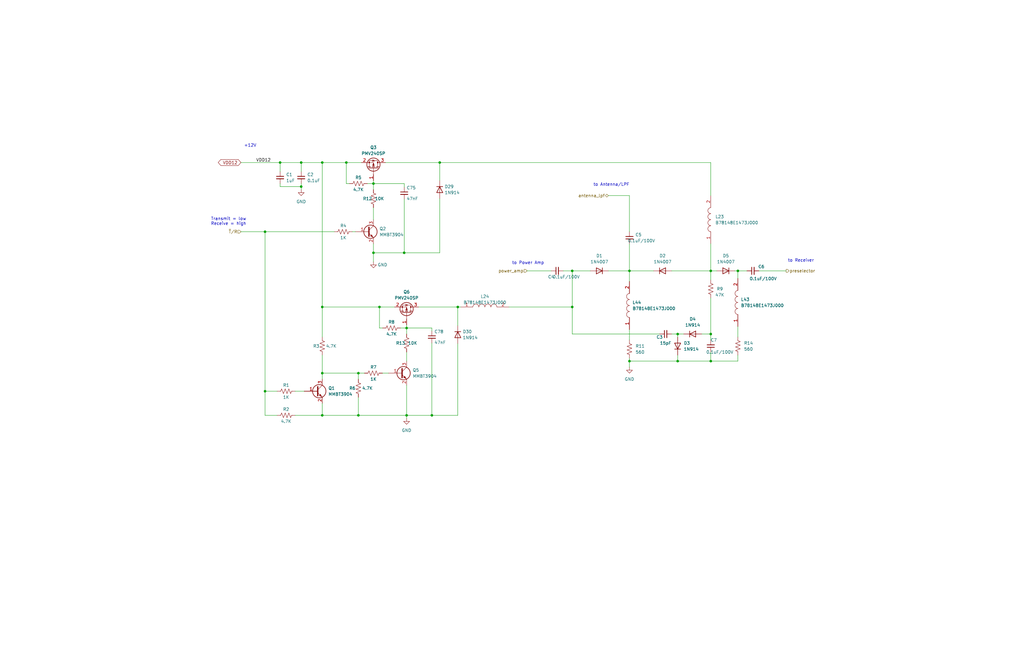
<source format=kicad_sch>
(kicad_sch (version 20230121) (generator eeschema)
  (paper "B")
  (lib_symbols
    (symbol "D_1" (pin_numbers hide) (pin_names (offset 1.016) hide)
      (property "Reference" "D" (at 0 2.54 0))
      (property "Value" "D" (at 0 -2.54 0))
      (symbol "D_1_0_1"
        (polyline (pts (xy -1.27 1.27) (xy -1.27 -1.27)) (stroke (width 0.254)))
        (polyline (pts (xy 1.27 0) (xy -1.27 0)))
        (polyline (pts (xy 1.27 1.27) (xy 1.27 -1.27) (xy -1.27 0) (xy 1.27 1.27)) (stroke (width 0.254)))
      )
      (symbol "D_1_1_1"
        (pin passive line (at -3.81 0 0) (length 2.54) (name "K") (number "1"))
        (pin passive line (at 3.81 0 180) (length 2.54) (name "A") (number "2"))
      )
    )
    (symbol "Device:C_Small" (pin_numbers hide) (pin_names (offset 0.254) hide)
      (property "Reference" "C" (at 0.254 1.778 0))
      (property "Value" "C_Small" (at 0.254 -2.032 0))
      (symbol "C_Small_0_1"
        (polyline (pts (xy -1.524 -0.508) (xy 1.524 -0.508)) (stroke (width 0.3302)))
        (polyline (pts (xy -1.524 0.508) (xy 1.524 0.508)) (stroke (width 0.3048)))
      )
      (symbol "C_Small_1_1"
        (pin passive line (at 0 2.54 270) (length 2.032) (name "~") (number "1"))
        (pin passive line (at 0 -2.54 90) (length 2.032) (name "~") (number "2"))
      )
    )
    (symbol "Device:D" (pin_numbers hide) (pin_names (offset 1.016) hide)
      (property "Reference" "D" (at 0 2.54 0))
      (property "Value" "D" (at 0 -2.54 0))
      (symbol "D_0_1"
        (polyline (pts (xy -1.27 1.27) (xy -1.27 -1.27)) (stroke (width 0.254)))
        (polyline (pts (xy 1.27 0) (xy -1.27 0)))
        (polyline (pts (xy 1.27 1.27) (xy 1.27 -1.27) (xy -1.27 0) (xy 1.27 1.27)) (stroke (width 0.254)))
      )
      (symbol "D_1_1"
        (pin passive line (at -3.81 0 0) (length 2.54) (name "K") (number "1"))
        (pin passive line (at 3.81 0 180) (length 2.54) (name "A") (number "2"))
      )
    )
    (symbol "Device:Q_NPN_BEC" (pin_names (offset 0) hide)
      (property "Reference" "Q" (at 5.08 1.27 0))
      (property "Value" "Q_NPN_BEC" (at 5.08 -1.27 0))
      (symbol "Q_NPN_BEC_0_1"
        (polyline (pts (xy 0.635 0.635) (xy 2.54 2.54)))
        (polyline (pts (xy 0.635 -0.635) (xy 2.54 -2.54) (xy 2.54 -2.54)))
        (polyline (pts (xy 0.635 1.905) (xy 0.635 -1.905) (xy 0.635 -1.905)) (stroke (width 0.508)))
        (polyline (pts (xy 1.27 -1.778) (xy 1.778 -1.27) (xy 2.286 -2.286) (xy 1.27 -1.778) (xy 1.27 -1.778)) (fill (type outline)))
        (circle (center 1.27 0) (radius 2.8194) (stroke (width 0.254)))
      )
      (symbol "Q_NPN_BEC_1_1"
        (pin input line (at -5.08 0 0) (length 5.715) (name "B") (number "1"))
        (pin passive line (at 2.54 -5.08 90) (length 2.54) (name "E") (number "2"))
        (pin passive line (at 2.54 5.08 270) (length 2.54) (name "C") (number "3"))
      )
    )
    (symbol "Device:Q_PMOS_GSD" (pin_names (offset 0) hide)
      (property "Reference" "Q" (at 5.08 1.27 0))
      (property "Value" "Q_PMOS_GSD" (at 5.08 -1.27 0))
      (symbol "Q_PMOS_GSD_0_1"
        (polyline (pts (xy 0.254 0) (xy -2.54 0)))
        (polyline (pts (xy 0.254 1.905) (xy 0.254 -1.905)) (stroke (width 0.254)))
        (polyline (pts (xy 0.762 -1.27) (xy 0.762 -2.286)) (stroke (width 0.254)))
        (polyline (pts (xy 0.762 0.508) (xy 0.762 -0.508)) (stroke (width 0.254)))
        (polyline (pts (xy 0.762 2.286) (xy 0.762 1.27)) (stroke (width 0.254)))
        (polyline (pts (xy 2.54 2.54) (xy 2.54 1.778)))
        (polyline (pts (xy 2.54 -2.54) (xy 2.54 0) (xy 0.762 0)))
        (polyline (pts (xy 0.762 1.778) (xy 3.302 1.778) (xy 3.302 -1.778) (xy 0.762 -1.778)))
        (polyline (pts (xy 2.286 0) (xy 1.27 0.381) (xy 1.27 -0.381) (xy 2.286 0)) (fill (type outline)))
        (polyline (pts (xy 2.794 -0.508) (xy 2.921 -0.381) (xy 3.683 -0.381) (xy 3.81 -0.254)))
        (polyline (pts (xy 3.302 -0.381) (xy 2.921 0.254) (xy 3.683 0.254) (xy 3.302 -0.381)))
        (circle (center 1.651 0) (radius 2.794) (stroke (width 0.254)))
        (circle (center 2.54 -1.778) (radius 0.254) (fill (type outline)))
        (circle (center 2.54 1.778) (radius 0.254) (fill (type outline)))
      )
      (symbol "Q_PMOS_GSD_1_1"
        (pin input line (at -5.08 0 0) (length 2.54) (name "G") (number "1"))
        (pin passive line (at 2.54 -5.08 90) (length 2.54) (name "S") (number "2"))
        (pin passive line (at 2.54 5.08 270) (length 2.54) (name "D") (number "3"))
      )
    )
    (symbol "Device:R_US" (pin_numbers hide) (pin_names (offset 0))
      (property "Reference" "R" (at 2.54 0 90))
      (property "Value" "R_US" (at -2.54 0 90))
      (symbol "R_US_0_1"
        (polyline (pts (xy 0 -2.286) (xy 0 -2.54)))
        (polyline (pts (xy 0 2.286) (xy 0 2.54)))
        (polyline (pts (xy 0 -0.762) (xy 1.016 -1.143) (xy 0 -1.524) (xy -1.016 -1.905) (xy 0 -2.286)))
        (polyline (pts (xy 0 0.762) (xy 1.016 0.381) (xy 0 0) (xy -1.016 -0.381) (xy 0 -0.762)))
        (polyline (pts (xy 0 2.286) (xy 1.016 1.905) (xy 0 1.524) (xy -1.016 1.143) (xy 0 0.762)))
      )
      (symbol "R_US_1_1"
        (pin passive line (at 0 3.81 270) (length 1.27) (name "~") (number "1"))
        (pin passive line (at 0 -3.81 90) (length 1.27) (name "~") (number "2"))
      )
    )
    (symbol "SamacSys_Parts:B78148E1473J000" (pin_names (offset 0.762))
      (property "Reference" "L" (at 16.51 6.35 0))
      (property "Value" "B78148E1473J000" (at 16.51 3.81 0))
      (symbol "B78148E1473J000_0_0"
        (pin passive line (at 0 0 0) (length 5.08) (name "~") (number "1"))
        (pin passive line (at 20.32 0 180) (length 5.08) (name "~") (number "2"))
      )
      (symbol "B78148E1473J000_0_1"
        (arc (start 7.62 0) (mid 6.35 1.2202) (end 5.08 0) (stroke (width 0.1524)))
        (arc (start 10.16 0) (mid 8.89 1.2202) (end 7.62 0) (stroke (width 0.1524)))
        (arc (start 12.7 0) (mid 11.43 1.2202) (end 10.16 0) (stroke (width 0.1524)))
        (arc (start 15.24 0) (mid 13.97 1.2202) (end 12.7 0) (stroke (width 0.1524)))
      )
    )
    (symbol "power:GND" (power) (pin_names (offset 0))
      (property "Value" "GND" (at 0 -3.81 0))
      (symbol "GND_0_1"
        (polyline (pts (xy 0 0) (xy 0 -1.27) (xy 1.27 -1.27) (xy 0 -2.54) (xy -1.27 -1.27) (xy 0 -1.27)))
      )
      (symbol "GND_1_1"
        (pin power_in line (at 0 0 270) (length 0) hide (name "GND") (number "1"))
      )
    )
  )
  (junction (at 182.118 175.26))
  (junction (at 151.13 157.48))
  (junction (at 118.11 68.58))
  (junction (at 193.04 129.54))
  (junction (at 157.48 106.68))
  (junction (at 299.72 114.3))
  (junction (at 285.75 152.4))
  (junction (at 151.13 175.26))
  (junction (at 265.43 152.4))
  (junction (at 127 68.58))
  (junction (at 157.48 77.47))
  (junction (at 299.72 140.97))
  (junction (at 160.02 129.54))
  (junction (at 241.3 129.54))
  (junction (at 185.42 68.58))
  (junction (at 311.15 114.3))
  (junction (at 135.89 175.26))
  (junction (at 241.3 114.3))
  (junction (at 127 78.74))
  (junction (at 135.89 157.48))
  (junction (at 135.89 68.58))
  (junction (at 111.76 165.1))
  (junction (at 171.45 138.43))
  (junction (at 111.76 97.79))
  (junction (at 170.434 106.68))
  (junction (at 285.75 140.97))
  (junction (at 299.72 152.4))
  (junction (at 265.43 114.3))
  (junction (at 135.89 129.54))
  (junction (at 146.05 68.58))
  (junction (at 171.45 175.26))
  (wire (pts (xy 162.56 68.58) (xy 185.42 68.58)))
  (wire (pts (xy 299.72 148.59) (xy 299.72 152.4)))
  (wire (pts (xy 171.45 138.43) (xy 171.45 140.97)))
  (wire (pts (xy 160.02 129.54) (xy 160.02 138.43)))
  (wire (pts (xy 148.59 97.79) (xy 149.86 97.79)))
  (wire (pts (xy 111.76 97.79) (xy 140.97 97.79)))
  (wire (pts (xy 127 68.58) (xy 135.89 68.58)))
  (wire (pts (xy 278.13 140.97) (xy 241.3 140.97)))
  (wire (pts (xy 285.75 140.97) (xy 288.29 140.97)))
  (wire (pts (xy 283.21 140.97) (xy 285.75 140.97)))
  (wire (pts (xy 124.46 175.26) (xy 135.89 175.26)))
  (wire (pts (xy 237.49 114.3) (xy 241.3 114.3)))
  (wire (pts (xy 193.04 129.54) (xy 194.31 129.54)))
  (wire (pts (xy 299.72 114.3) (xy 302.26 114.3)))
  (wire (pts (xy 256.54 82.55) (xy 265.43 82.55)))
  (wire (pts (xy 222.25 114.3) (xy 232.41 114.3)))
  (wire (pts (xy 311.15 149.86) (xy 311.15 152.4)))
  (wire (pts (xy 152.4 68.58) (xy 146.05 68.58)))
  (wire (pts (xy 299.72 140.97) (xy 299.72 143.51)))
  (wire (pts (xy 154.94 77.47) (xy 157.48 77.47)))
  (wire (pts (xy 116.84 165.1) (xy 111.76 165.1)))
  (wire (pts (xy 176.53 129.54) (xy 193.04 129.54)))
  (wire (pts (xy 118.11 78.74) (xy 127 78.74)))
  (wire (pts (xy 127 77.47) (xy 127 78.74)))
  (wire (pts (xy 111.76 175.26) (xy 111.76 165.1)))
  (wire (pts (xy 285.75 152.4) (xy 265.43 152.4)))
  (wire (pts (xy 265.43 139.065) (xy 265.43 143.51)))
  (wire (pts (xy 265.43 151.13) (xy 265.43 152.4)))
  (wire (pts (xy 299.72 68.58) (xy 299.72 82.55)))
  (wire (pts (xy 185.42 68.58) (xy 299.72 68.58)))
  (wire (pts (xy 182.118 175.26) (xy 171.704 175.26)))
  (wire (pts (xy 241.3 140.97) (xy 241.3 129.54)))
  (wire (pts (xy 299.72 102.87) (xy 299.72 114.3)))
  (wire (pts (xy 160.02 138.43) (xy 161.29 138.43)))
  (wire (pts (xy 157.48 76.2) (xy 157.48 77.47)))
  (wire (pts (xy 135.89 170.18) (xy 135.89 175.26)))
  (wire (pts (xy 299.72 125.73) (xy 299.72 140.97)))
  (wire (pts (xy 127 68.58) (xy 127 72.39)))
  (wire (pts (xy 161.29 157.48) (xy 163.83 157.48)))
  (wire (pts (xy 309.88 114.3) (xy 311.15 114.3)))
  (wire (pts (xy 118.11 68.58) (xy 118.11 72.39)))
  (wire (pts (xy 135.89 129.54) (xy 160.02 129.54)))
  (wire (pts (xy 182.118 144.78) (xy 182.118 175.26)))
  (wire (pts (xy 135.89 129.54) (xy 135.89 142.24)))
  (wire (pts (xy 168.91 138.43) (xy 171.45 138.43)))
  (wire (pts (xy 101.6 68.58) (xy 118.11 68.58)))
  (wire (pts (xy 265.43 152.4) (xy 265.43 154.94)))
  (wire (pts (xy 157.48 106.68) (xy 157.48 110.49)))
  (wire (pts (xy 214.63 129.54) (xy 241.3 129.54)))
  (wire (pts (xy 299.72 114.3) (xy 299.72 118.11)))
  (wire (pts (xy 171.45 137.16) (xy 171.45 138.43)))
  (wire (pts (xy 146.05 68.58) (xy 146.05 77.47)))
  (wire (pts (xy 170.434 84.074) (xy 170.434 106.68)))
  (wire (pts (xy 283.21 114.3) (xy 299.72 114.3)))
  (wire (pts (xy 166.37 129.54) (xy 160.02 129.54)))
  (wire (pts (xy 118.11 68.58) (xy 127 68.58)))
  (wire (pts (xy 127 78.74) (xy 127 80.01)))
  (wire (pts (xy 171.45 162.56) (xy 171.45 175.26)))
  (wire (pts (xy 193.04 129.54) (xy 193.04 137.414)))
  (wire (pts (xy 157.48 77.47) (xy 157.48 80.01)))
  (wire (pts (xy 135.89 129.54) (xy 135.89 68.58)))
  (wire (pts (xy 265.43 114.3) (xy 265.43 118.745)))
  (wire (pts (xy 311.15 137.795) (xy 311.15 142.24)))
  (wire (pts (xy 311.15 152.4) (xy 299.72 152.4)))
  (wire (pts (xy 135.89 157.48) (xy 151.13 157.48)))
  (wire (pts (xy 170.434 78.994) (xy 170.434 77.47)))
  (wire (pts (xy 299.72 152.4) (xy 285.75 152.4)))
  (wire (pts (xy 116.84 175.26) (xy 111.76 175.26)))
  (wire (pts (xy 157.48 102.87) (xy 157.48 106.68)))
  (wire (pts (xy 182.118 138.43) (xy 171.45 138.43)))
  (wire (pts (xy 185.42 83.82) (xy 185.42 106.68)))
  (wire (pts (xy 118.11 77.47) (xy 118.11 78.74)))
  (wire (pts (xy 135.89 175.26) (xy 151.13 175.26)))
  (wire (pts (xy 157.48 87.63) (xy 157.48 92.71)))
  (wire (pts (xy 241.3 114.3) (xy 241.3 129.54)))
  (wire (pts (xy 285.75 140.97) (xy 285.75 142.24)))
  (wire (pts (xy 170.434 106.68) (xy 185.42 106.68)))
  (wire (pts (xy 151.13 157.48) (xy 153.67 157.48)))
  (wire (pts (xy 124.46 165.1) (xy 128.27 165.1)))
  (wire (pts (xy 101.6 97.79) (xy 111.76 97.79)))
  (wire (pts (xy 135.89 68.58) (xy 146.05 68.58)))
  (wire (pts (xy 170.434 77.47) (xy 157.48 77.47)))
  (wire (pts (xy 265.43 82.55) (xy 265.43 97.79)))
  (wire (pts (xy 320.04 114.3) (xy 331.47 114.3)))
  (wire (pts (xy 171.45 175.26) (xy 171.45 176.53)))
  (wire (pts (xy 265.43 102.87) (xy 265.43 114.3)))
  (wire (pts (xy 151.13 160.02) (xy 151.13 157.48)))
  (wire (pts (xy 241.3 114.3) (xy 248.92 114.3)))
  (wire (pts (xy 157.48 106.68) (xy 170.434 106.68)))
  (wire (pts (xy 256.54 114.3) (xy 265.43 114.3)))
  (wire (pts (xy 135.89 149.86) (xy 135.89 157.48)))
  (wire (pts (xy 311.15 114.3) (xy 314.96 114.3)))
  (wire (pts (xy 295.91 140.97) (xy 299.72 140.97)))
  (wire (pts (xy 171.45 148.59) (xy 171.45 152.4)))
  (wire (pts (xy 285.75 149.86) (xy 285.75 152.4)))
  (wire (pts (xy 311.15 114.3) (xy 311.15 117.475)))
  (wire (pts (xy 182.118 139.7) (xy 182.118 138.43)))
  (wire (pts (xy 111.76 165.1) (xy 111.76 97.79)))
  (wire (pts (xy 193.04 145.034) (xy 193.04 175.26)))
  (wire (pts (xy 151.13 175.26) (xy 171.45 175.26)))
  (wire (pts (xy 265.43 114.3) (xy 275.59 114.3)))
  (wire (pts (xy 151.13 167.64) (xy 151.13 175.26)))
  (wire (pts (xy 146.05 77.47) (xy 147.32 77.47)))
  (wire (pts (xy 135.89 157.48) (xy 135.89 160.02)))
  (wire (pts (xy 185.42 68.58) (xy 185.42 76.2)))
  (wire (pts (xy 193.04 175.26) (xy 182.118 175.26)))
  (text "+12V" (at 102.87 62.23 0) (effects (font (size 1.27 1.27)) (justify left bottom)))
  (text "Transmit = low\nReceive = high" (at 88.9 95.25 0) (effects (font (size 1.27 1.27)) (justify left bottom)))
  (text "to Receiver" (at 332.232 110.744 0) (effects (font (size 1.27 1.27)) (justify left bottom)))
  (text "to Power Amp" (at 215.9 111.76 0) (effects (font (size 1.27 1.27)) (justify left bottom)))
  (text "to Antenna/LPF" (at 250.19 78.74 0) (effects (font (size 1.27 1.27)) (justify left bottom)))
  (label "VDD12" (at 107.95 68.58 0))
  (global_label "VDD12" (shape bidirectional) (at 101.6 68.58 180) (property "Intersheetrefs" "${INTERSHEET_REFS}" (at 91.4559 68.58 0) (effects (justify right))))
  (hierarchical_label "~{T}{slash}R" (shape input) (at 101.6 97.79 180))
  (hierarchical_label "preselector" (shape output) (at 331.47 114.3 0))
  (hierarchical_label "power_amp" (shape input) (at 222.25 114.3 180))
  (hierarchical_label "antenna_lpf" (shape bidirectional) (at 256.54 82.55 180))
  (symbol (lib_id "Device:R_US") (at 151.13 77.47 90) (unit 1)
    (property "Reference" "R5" (at 151.13 74.93 90))
    (property "Value" "4.7K" (at 151.13 80.01 90))
    (property "Footprint" "Resistor_SMD:R_0603_1608Metric_Pad0.98x0.95mm_HandSolder" (effects hide))
  )
  (symbol (lib_id "SamacSys_Parts:B78148E1473J000") (at 311.15 137.795 90) (unit 1)
    (property "Reference" "L43" (at 312.42 126.365 90) (effects (justify right)))
    (property "Value" "B78148E1473J000" (at 312.42 128.905 90) (effects (justify right)))
    (property "Footprint" "B78148E" (effects hide))
    (property "Datasheet" "https://product.tdk.com/system/files/dam/doc/product/inductor/inductor/lead/data_sheet/30/ds/b78108_148e.pdf" (effects hide))
    (property "Description" "Leaded Inductors (Leaded Coils), L=47uH  Rated Current=0.95A, Radial DxL:4mmx9.5mm" (effects hide))
    (property "Mouser Part Number" "871-B78148E1473J000" (effects hide))
    (property "Mouser Price/Stock" "https://www.mouser.co.uk/ProductDetail/EPCOS-TDK/B78148E1473J000?qs=eVuN9SfsQ7TbgaB2%2F8UGtw%3D%3D" (effects hide))
    (property "Manufacturer_Name" "TDK" (effects hide))
    (property "Manufacturer_Part_Number" "B78148E1473J000" (effects hide))
  )
  (symbol (lib_id "Device:Q_NPN_BEC") (at 168.91 157.48 0) (unit 1)
    (property "Reference" "Q5" (at 173.99 156.2099 0) (effects (justify left)))
    (property "Value" "MMBT3904" (at 173.99 158.7499 0) (effects (justify left)))
    (property "Footprint" "Package_TO_SOT_SMD:SOT-23" (effects hide))
    (instances (project "" (path "" (reference "Q5") (unit 1))) (project "fieldRadio_1.2" (path "" (reference "Q4") (unit 1))))
  )
  (symbol (lib_id "Device:D") (at 279.4 114.3 0) (unit 1)
    (property "Reference" "D2" (at 279.4 107.95 0))
    (property "Value" "1N4007" (at 279.4 110.49 0))
    (property "Footprint" "Diode_THT:D_DO-41_SOD81_P10.16mm_Horizontal" (effects hide))
    (property "Sim.Device" "D" (effects hide))
    (property "Sim.Pins" "1=K 2=A" (effects hide))
  )
  (symbol (lib_id "Device:R_US") (at 120.65 175.26 270) (unit 1)
    (property "Reference" "R2" (at 120.65 172.72 90))
    (property "Value" "4.7K" (at 120.65 177.8 90))
    (property "Footprint" "Resistor_SMD:R_0603_1608Metric_Pad0.98x0.95mm_HandSolder" (effects hide))
  )
  (symbol (lib_id "Device:R_US") (at 265.43 147.32 0) (unit 1)
    (property "Reference" "R11" (at 267.97 146.05 0) (effects (justify left)))
    (property "Value" "560" (at 267.97 148.59 0) (effects (justify left)))
    (property "Footprint" "Resistor_THT:R_Axial_DIN0207_L6.3mm_D2.5mm_P10.16mm_Horizontal" (effects hide))
    (instances (project "" (path "" (reference "R11") (unit 1))) (project "fieldRadio_1.2" (path "" (reference "R12") (unit 1))))
  )
  (symbol (lib_id "Device:C_Small") (at 234.95 114.3 90) (unit 1)
    (property "Reference" "C4" (at 232.41 116.84 90))
    (property "Value" "0.1uF/100V" (at 238.76 116.84 90))
    (property "Footprint" "Capacitor_THT:C_Disc_D5.0mm_W2.5mm_P5.00mm" (effects hide))
    (instances (project "" (path "" (reference "C4") (unit 1))) (project "fieldRadio_1.2" (path "" (reference "C5") (unit 1))))
  )
  (symbol (lib_id "Device:C_Small") (at 265.43 100.33 180) (unit 1)
    (property "Reference" "C5" (at 269.24 99.06 0))
    (property "Value" "0.1uF/100V" (at 270.51 101.6 0))
    (property "Footprint" "Capacitor_THT:C_Disc_D5.0mm_W2.5mm_P5.00mm" (effects hide))
    (instances (project "" (path "" (reference "C5") (unit 1))) (project "fieldRadio_1.2" (path "" (reference "C6") (unit 1))))
  )
  (symbol (lib_name "D_1") (lib_id "Device:D") (at 252.73 114.3 180) (unit 1)
    (property "Reference" "D1" (at 252.73 107.95 0))
    (property "Value" "1N4007" (at 252.73 110.49 0))
    (property "Footprint" "Diode_THT:D_DO-41_SOD81_P10.16mm_Horizontal" (effects hide))
    (property "Sim.Device" "D" (effects hide))
    (property "Sim.Pins" "1=K 2=A" (effects hide))
  )
  (symbol (lib_id "Device:R_US") (at 135.89 146.05 180) (unit 1)
    (property "Reference" "R3" (at 133.35 146.05 0))
    (property "Value" "4.7K" (at 139.7 146.05 0))
    (property "Footprint" "Resistor_SMD:R_0603_1608Metric_Pad0.98x0.95mm_HandSolder" (effects hide))
  )
  (symbol (lib_id "SamacSys_Parts:B78148E1473J000") (at 265.43 139.065 90) (unit 1)
    (property "Reference" "L44" (at 266.7 127.635 90) (effects (justify right)))
    (property "Value" "B78148E1473J000" (at 266.7 130.175 90) (effects (justify right)))
    (property "Footprint" "B78148E" (effects hide))
    (property "Datasheet" "https://product.tdk.com/system/files/dam/doc/product/inductor/inductor/lead/data_sheet/30/ds/b78108_148e.pdf" (effects hide))
    (property "Description" "Leaded Inductors (Leaded Coils), L=47uH  Rated Current=0.95A, Radial DxL:4mmx9.5mm" (effects hide))
    (property "Mouser Part Number" "871-B78148E1473J000" (effects hide))
    (property "Mouser Price/Stock" "https://www.mouser.co.uk/ProductDetail/EPCOS-TDK/B78148E1473J000?qs=eVuN9SfsQ7TbgaB2%2F8UGtw%3D%3D" (effects hide))
    (property "Manufacturer_Name" "TDK" (effects hide))
    (property "Manufacturer_Part_Number" "B78148E1473J000" (effects hide))
  )
  (symbol (lib_id "Device:Q_NPN_BEC") (at 133.35 165.1 0) (unit 1)
    (property "Reference" "Q1" (at 138.43 163.8299 0) (effects (justify left)))
    (property "Value" "MMBT3904" (at 138.43 166.3699 0) (effects (justify left)))
    (property "Footprint" "Package_TO_SOT_SMD:SOT-23" (effects hide))
  )
  (symbol (lib_id "power:GND") (at 127 80.01 0) (unit 1)
    (property "Reference" "#PWR02" (effects hide))
    (property "Value" "GND" (at 127 85.09 0))
    (instances (project "" (path "" (reference "#PWR02") (unit 1))) (project "fieldRadio_1.2" (path "" (reference "#PWR09") (unit 1))))
  )
  (symbol (lib_id "Device:R_US") (at 151.13 163.83 180) (unit 1)
    (property "Reference" "R6" (at 148.59 163.83 0))
    (property "Value" "4.7K" (at 154.94 163.83 0))
    (property "Footprint" "Resistor_SMD:R_0603_1608Metric_Pad0.98x0.95mm_HandSolder" (effects hide))
  )
  (symbol (lib_id "Device:R_US") (at 120.65 165.1 90) (unit 1)
    (property "Reference" "R1" (at 120.65 162.56 90))
    (property "Value" "1K" (at 120.65 167.64 90))
    (property "Footprint" "Resistor_SMD:R_0603_1608Metric_Pad0.98x0.95mm_HandSolder" (effects hide))
  )
  (symbol (lib_id "Device:D") (at 193.04 141.224 270) (unit 1)
    (property "Reference" "D30" (at 195.072 139.954 90) (effects (justify left)))
    (property "Value" "1N914" (at 195.072 142.494 90) (effects (justify left)))
    (property "Footprint" "Diode_THT:D_DO-35_SOD27_P7.62mm_Horizontal" (effects hide))
    (property "Sim.Device" "D" (effects hide))
    (property "Sim.Pins" "1=K 2=A" (effects hide))
  )
  (symbol (lib_id "Device:C_Small") (at 170.434 81.534 0) (unit 1)
    (property "Reference" "C75" (at 171.45 79.248 0) (effects (justify left)))
    (property "Value" "47nF" (at 171.45 83.82 0) (effects (justify left)))
    (property "Footprint" "Capacitor_SMD:C_0603_1608Metric_Pad1.08x0.95mm_HandSolder" (effects hide))
  )
  (symbol (lib_id "Device:Q_PMOS_GSD") (at 157.48 71.12 270) (mirror x) (unit 1)
    (property "Reference" "Q3" (at 157.48 62.23 90))
    (property "Value" "PMV240SP" (at 157.48 64.77 90))
    (property "Footprint" "Package_TO_SOT_SMD:SOT-23" (effects hide))
  )
  (symbol (lib_id "Device:C_Small") (at 299.72 146.05 180) (unit 1)
    (property "Reference" "C7" (at 300.99 143.51 0))
    (property "Value" "0.1uF/100V" (at 303.53 148.59 0))
    (property "Footprint" "Capacitor_THT:C_Disc_D5.0mm_W2.5mm_P5.00mm" (effects hide))
    (instances (project "" (path "" (reference "C7") (unit 1))) (project "fieldRadio_1.2" (path "" (reference "C8") (unit 1))))
  )
  (symbol (lib_id "power:GND") (at 171.45 176.53 0) (unit 1)
    (property "Reference" "#PWR04" (effects hide))
    (property "Value" "GND" (at 171.45 181.61 0))
    (instances (project "" (path "" (reference "#PWR04") (unit 1))) (project "fieldRadio_1.2" (path "" (reference "#PWR011") (unit 1))))
  )
  (symbol (lib_id "Device:R_US") (at 157.48 83.82 180) (unit 1)
    (property "Reference" "R12" (at 154.94 83.82 0))
    (property "Value" "10K" (at 160.02 83.82 0))
    (property "Footprint" "Resistor_SMD:R_0603_1608Metric_Pad0.98x0.95mm_HandSolder" (effects hide))
    (instances (project "" (path "" (reference "R12") (unit 1))) (project "fieldRadio_1.2" (path "" (reference "R7") (unit 1))))
  )
  (symbol (lib_id "Device:C_Small") (at 127 74.93 0) (unit 1)
    (property "Reference" "C2" (at 129.54 73.6662 0) (effects (justify left)))
    (property "Value" "0.1uF" (at 129.54 76.2062 0) (effects (justify left)))
    (property "Footprint" "Capacitor_SMD:C_0603_1608Metric_Pad1.08x0.95mm_HandSolder" (effects hide))
    (instances (project "" (path "" (reference "C2") (unit 1))) (project "fieldRadio_1.2" (path "" (reference "C4") (unit 1))))
  )
  (symbol (lib_id "Device:D") (at 285.75 146.05 90) (unit 1)
    (property "Reference" "D3" (at 288.29 144.7799 90) (effects (justify right)))
    (property "Value" "1N914" (at 288.29 147.3199 90) (effects (justify right)))
    (property "Footprint" "Diode_THT:D_DO-35_SOD27_P7.62mm_Horizontal" (effects hide))
    (property "Sim.Device" "D" (effects hide))
    (property "Sim.Pins" "1=K 2=A" (effects hide))
  )
  (symbol (lib_id "Device:R_US") (at 157.48 157.48 90) (unit 1)
    (property "Reference" "R7" (at 157.48 154.94 90))
    (property "Value" "1K" (at 157.48 160.02 90))
    (property "Footprint" "Resistor_SMD:R_0603_1608Metric_Pad0.98x0.95mm_HandSolder" (effects hide))
    (instances (project "" (path "" (reference "R7") (unit 1))) (project "fieldRadio_1.2" (path "" (reference "R8") (unit 1))))
  )
  (symbol (lib_id "Device:R_US") (at 311.15 146.05 0) (unit 1)
    (property "Reference" "R14" (at 313.69 144.78 0) (effects (justify left)))
    (property "Value" "560" (at 313.69 147.32 0) (effects (justify left)))
    (property "Footprint" "Resistor_THT:R_Axial_DIN0207_L6.3mm_D2.5mm_P10.16mm_Horizontal" (effects hide))
  )
  (symbol (lib_id "SamacSys_Parts:B78148E1473J000") (at 299.72 102.87 90) (unit 1)
    (property "Reference" "L23" (at 301.625 91.44 90) (effects (justify right)))
    (property "Value" "B78148E1473J000" (at 301.625 93.98 90) (effects (justify right)))
    (property "Footprint" "B78148E" (effects hide))
    (property "Datasheet" "https://product.tdk.com/system/files/dam/doc/product/inductor/inductor/lead/data_sheet/30/ds/b78108_148e.pdf" (effects hide))
    (property "Description" "Leaded Inductors (Leaded Coils), L=47uH  Rated Current=0.95A, Radial DxL:4mmx9.5mm" (effects hide))
    (property "Mouser Part Number" "871-B78148E1473J000" (effects hide))
    (property "Mouser Price/Stock" "https://www.mouser.co.uk/ProductDetail/EPCOS-TDK/B78148E1473J000?qs=eVuN9SfsQ7TbgaB2%2F8UGtw%3D%3D" (effects hide))
    (property "Manufacturer_Name" "TDK" (effects hide))
    (property "Manufacturer_Part_Number" "B78148E1473J000" (effects hide))
  )
  (symbol (lib_id "Device:Q_NPN_BEC") (at 154.94 97.79 0) (unit 1)
    (property "Reference" "Q2" (at 160.02 96.5199 0) (effects (justify left)))
    (property "Value" "MMBT3904" (at 160.02 99.0599 0) (effects (justify left)))
    (property "Footprint" "Package_TO_SOT_SMD:SOT-23" (effects hide))
  )
  (symbol (lib_id "Device:C_Small") (at 182.118 142.24 0) (unit 1)
    (property "Reference" "C78" (at 183.134 139.954 0) (effects (justify left)))
    (property "Value" "47nF" (at 183.134 144.526 0) (effects (justify left)))
    (property "Footprint" "Capacitor_SMD:C_0603_1608Metric_Pad1.08x0.95mm_HandSolder" (effects hide))
  )
  (symbol (lib_id "Device:Q_PMOS_GSD") (at 171.45 132.08 270) (mirror x) (unit 1)
    (property "Reference" "Q6" (at 171.45 123.19 90))
    (property "Value" "PMV240SP" (at 171.45 125.73 90))
    (property "Footprint" "Package_TO_SOT_SMD:SOT-23" (effects hide))
    (instances (project "" (path "" (reference "Q6") (unit 1))) (project "fieldRadio_1.2" (path "" (reference "Q5") (unit 1))))
  )
  (symbol (lib_id "power:GND") (at 265.43 154.94 0) (unit 1)
    (property "Reference" "#PWR07" (effects hide))
    (property "Value" "GND" (at 265.43 160.02 0))
    (instances (project "" (path "" (reference "#PWR07") (unit 1))) (project "fieldRadio_1.2" (path "" (reference "#PWR012") (unit 1))))
  )
  (symbol (lib_id "power:GND") (at 157.48 110.49 0) (unit 1)
    (property "Reference" "#PWR03" (effects hide))
    (property "Value" "GND" (at 161.29 111.76 0))
    (instances (project "" (path "" (reference "#PWR03") (unit 1))) (project "fieldRadio_1.2" (path "" (reference "#PWR010") (unit 1))))
  )
  (symbol (lib_id "Device:D") (at 306.07 114.3 0) (mirror y) (unit 1)
    (property "Reference" "D5" (at 306.07 107.95 0))
    (property "Value" "1N4007" (at 306.07 110.49 0))
    (property "Footprint" "Diode_THT:D_DO-41_SOD81_P10.16mm_Horizontal" (effects hide))
    (property "Sim.Device" "D" (effects hide))
    (property "Sim.Pins" "1=K 2=A" (effects hide))
  )
  (symbol (lib_id "Device:R_US") (at 165.1 138.43 90) (unit 1)
    (property "Reference" "R8" (at 165.1 135.89 90))
    (property "Value" "4.7K" (at 165.1 140.97 90))
    (property "Footprint" "Resistor_SMD:R_0603_1608Metric_Pad0.98x0.95mm_HandSolder" (effects hide))
    (instances (project "" (path "" (reference "R8") (unit 1))) (project "fieldRadio_1.2" (path "" (reference "R9") (unit 1))))
  )
  (symbol (lib_id "Device:C_Small") (at 118.11 74.93 0) (unit 1)
    (property "Reference" "C1" (at 120.65 73.6662 0) (effects (justify left)))
    (property "Value" "1uF" (at 120.65 76.2062 0) (effects (justify left)))
    (property "Footprint" "Capacitor_SMD:C_0603_1608Metric_Pad1.08x0.95mm_HandSolder" (effects hide))
    (instances (project "" (path "" (reference "C1") (unit 1))) (project "fieldRadio_1.2" (path "" (reference "C3") (unit 1))))
  )
  (symbol (lib_id "Device:C_Small") (at 317.5 114.3 90) (unit 1)
    (property "Reference" "C6" (at 321.056 112.522 90))
    (property "Value" "0.1uF/100V" (at 321.818 117.602 90))
    (property "Footprint" "Capacitor_THT:C_Disc_D5.0mm_W2.5mm_P5.00mm" (effects hide))
    (instances (project "" (path "" (reference "C6") (unit 1))) (project "fieldRadio_1.2" (path "" (reference "C9") (unit 1))))
  )
  (symbol (lib_id "Device:D") (at 292.1 140.97 0) (unit 1)
    (property "Reference" "D4" (at 292.1 134.62 0))
    (property "Value" "1N914" (at 292.1 137.16 0))
    (property "Footprint" "Diode_THT:D_DO-35_SOD27_P7.62mm_Horizontal" (effects hide))
    (property "Sim.Device" "D" (effects hide))
    (property "Sim.Pins" "1=K 2=A" (effects hide))
  )
  (symbol (lib_id "SamacSys_Parts:B78148E1473J000") (at 194.31 129.54 0) (unit 1)
    (property "Reference" "L24" (at 204.47 125.095 0))
    (property "Value" "B78148E1473J000" (at 204.47 127.635 0))
    (property "Footprint" "B78148E" (effects hide))
    (property "Datasheet" "https://product.tdk.com/system/files/dam/doc/product/inductor/inductor/lead/data_sheet/30/ds/b78108_148e.pdf" (effects hide))
    (property "Description" "Leaded Inductors (Leaded Coils), L=47uH  Rated Current=0.95A, Radial DxL:4mmx9.5mm" (effects hide))
    (property "Mouser Part Number" "871-B78148E1473J000" (effects hide))
    (property "Mouser Price/Stock" "https://www.mouser.co.uk/ProductDetail/EPCOS-TDK/B78148E1473J000?qs=eVuN9SfsQ7TbgaB2%2F8UGtw%3D%3D" (effects hide))
    (property "Manufacturer_Name" "TDK" (effects hide))
    (property "Manufacturer_Part_Number" "B78148E1473J000" (effects hide))
  )
  (symbol (lib_id "Device:C_Small") (at 280.67 140.97 90) (unit 1)
    (property "Reference" "C3" (at 278.13 142.24 90))
    (property "Value" "15pF" (at 280.67 144.78 90))
    (property "Footprint" "Capacitor_THT:C_Disc_D5.0mm_W2.5mm_P5.00mm" (effects hide))
    (instances (project "" (path "" (reference "C3") (unit 1))) (project "fieldRadio_1.2" (path "" (reference "C7") (unit 1))))
  )
  (symbol (lib_id "Device:R_US") (at 171.45 144.78 180) (unit 1)
    (property "Reference" "R13" (at 168.91 144.78 0))
    (property "Value" "10K" (at 173.99 144.78 0))
    (property "Footprint" "Resistor_SMD:R_0603_1608Metric_Pad0.98x0.95mm_HandSolder" (effects hide))
    (instances (project "" (path "" (reference "R13") (unit 1))) (project "fieldRadio_1.2" (path "" (reference "R10") (unit 1))))
  )
  (symbol (lib_id "Device:R_US") (at 299.72 121.92 180) (unit 1)
    (property "Reference" "R9" (at 303.53 121.92 0))
    (property "Value" "47K" (at 303.53 124.46 0))
    (property "Footprint" "Resistor_SMD:R_0603_1608Metric_Pad0.98x0.95mm_HandSolder" (effects hide))
    (instances (project "" (path "" (reference "R9") (unit 1))) (project "fieldRadio_1.2" (path "" (reference "R13") (unit 1))))
  )
  (symbol (lib_id "Device:R_US") (at 144.78 97.79 90) (unit 1)
    (property "Reference" "R4" (at 144.78 95.25 90))
    (property "Value" "1K" (at 144.78 100.33 90))
    (property "Footprint" "Resistor_SMD:R_0603_1608Metric_Pad0.98x0.95mm_HandSolder" (effects hide))
  )
  (symbol (lib_id "Device:D") (at 185.42 80.01 270) (unit 1)
    (property "Reference" "D29" (at 187.452 78.74 90) (effects (justify left)))
    (property "Value" "1N914" (at 187.452 81.28 90) (effects (justify left)))
    (property "Footprint" "Diode_THT:D_DO-35_SOD27_P7.62mm_Horizontal" (effects hide))
    (property "Sim.Device" "D" (effects hide))
    (property "Sim.Pins" "1=K 2=A" (effects hide))
  )
)
</source>
